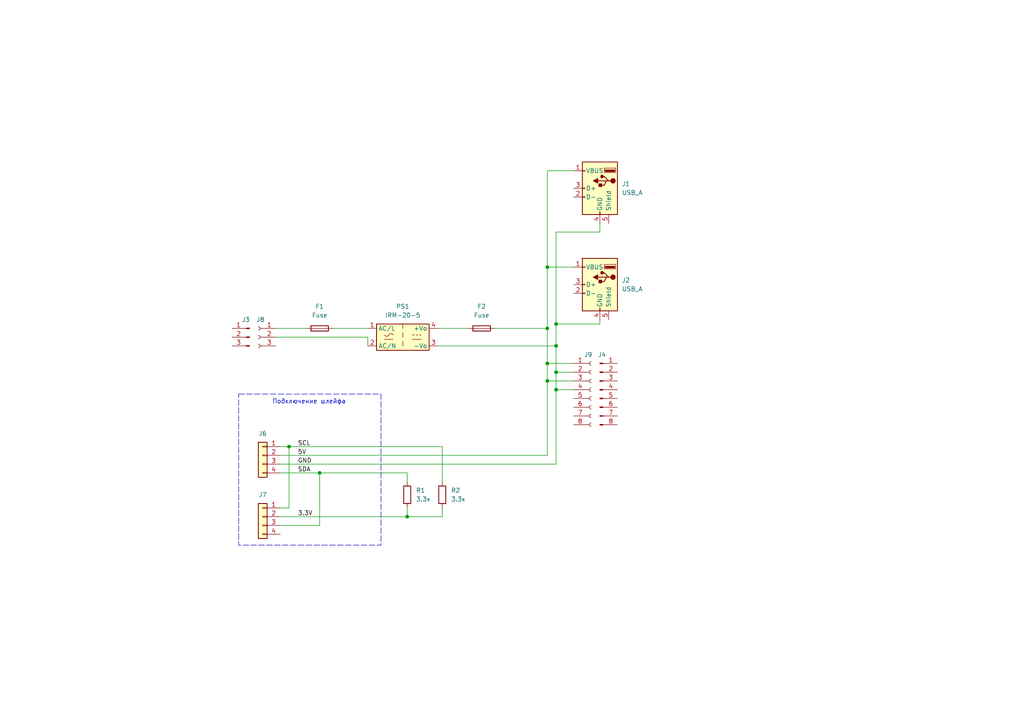
<source format=kicad_sch>
(kicad_sch (version 20231120) (generator "eeschema") (generator_version "8.0")
  (paper "A4")
  (title_block (title "Модуль PS") (date "2024-04-24") (company "UST") (comment 2 "Konstantin"))
  (lib_symbols
    (symbol "PlcModules:Fuse" (pin_numbers hide) (pin_names (offset 0))
      (property "Reference" "F" (at 2.032 0 90))
      (property "Value" "Fuse" (at -1.905 0 90))
      (symbol "Fuse_0_1"
        (rectangle (start -0.762 -2.54) (end 0.762 2.54) (stroke (width 0.254)))
        (polyline (pts (xy 0 2.54) (xy 0 -2.54)))
      )
      (symbol "Fuse_1_1"
        (pin passive line (at 0 3.81 270) (length 1.27) (name "~") (number "1"))
        (pin passive line (at 0 -3.81 90) (length 1.27) (name "~") (number "2"))
      )
    )
    (symbol "PlcModules:IRM-20-5"
      (property "Reference" "PS" (at 0 5.08 0))
      (property "Value" "IRM-20-5" (at 0 -5.08 0))
      (symbol "IRM-20-5_0_1"
        (rectangle (start -7.62 3.81) (end 7.62 -3.81) (stroke (width 0.254)) (fill (type background)))
        (arc (start -5.334 0.635) (mid -4.699 0.2495) (end -4.064 0.635))
        (arc (start -2.794 0.635) (mid -3.429 1.0072) (end -4.064 0.635))
        (polyline (pts (xy -5.334 -0.635) (xy -2.794 -0.635)))
        (polyline (pts (xy 0 -1.27) (xy 0 -2.54)))
        (polyline (pts (xy 0 1.27) (xy 0 0)))
        (polyline (pts (xy 0 3.81) (xy 0 2.54)))
        (polyline (pts (xy 2.794 -0.635) (xy 5.334 -0.635)))
        (polyline (pts (xy 2.794 0.635) (xy 3.302 0.635)))
        (polyline (pts (xy 3.81 0.635) (xy 4.318 0.635)))
        (polyline (pts (xy 4.826 0.635) (xy 5.334 0.635)))
      )
      (symbol "IRM-20-5_1_1"
        (pin power_in line (at -10.16 2.54 0) (length 2.54) (name "AC/L") (number "1"))
        (pin power_in line (at -10.16 -2.54 0) (length 2.54) (name "AC/N") (number "2"))
        (pin power_out line (at 10.16 -2.54 180) (length 2.54) (name "-Vo") (number "3"))
        (pin power_out line (at 10.16 2.54 180) (length 2.54) (name "+Vo") (number "4"))
      )
    )
    (symbol "PlcModules:PinHeader_01x04_angle" (pin_names (offset 1.016) hide)
      (property "Reference" "J" (at 0 5.08 0))
      (property "Value" "PinHeader_01x04_angle" (at 0 -7.62 0))
      (symbol "PinHeader_01x04_angle_1_1"
        (rectangle (start -1.27 -4.953) (end 0 -5.207) (stroke (width 0.1524)))
        (rectangle (start -1.27 -2.413) (end 0 -2.667) (stroke (width 0.1524)))
        (rectangle (start -1.27 0.127) (end 0 -0.127) (stroke (width 0.1524)))
        (rectangle (start -1.27 2.667) (end 0 2.413) (stroke (width 0.1524)))
        (rectangle (start -1.27 3.81) (end 1.27 -6.35) (stroke (width 0.254)) (fill (type background)))
        (pin passive line (at -5.08 2.54 0) (length 3.81) (name "Pin_1") (number "1"))
        (pin passive line (at -5.08 0 0) (length 3.81) (name "Pin_2") (number "2"))
        (pin passive line (at -5.08 -2.54 0) (length 3.81) (name "Pin_3") (number "3"))
        (pin passive line (at -5.08 -5.08 0) (length 3.81) (name "Pin_4") (number "4"))
      )
    )
    (symbol "PlcModules:R_3.3k_0.25wt" (pin_numbers hide) (pin_names (offset 0))
      (property "Reference" "R" (at 2.032 0 90))
      (property "Value" "3.3к" (at 0 0 90))
      (symbol "R_3.3k_0.25wt_0_1"
        (rectangle (start -1.016 -2.54) (end 1.016 2.54) (stroke (width 0.254)))
      )
      (symbol "R_3.3k_0.25wt_1_1"
        (pin passive line (at 0 3.81 270) (length 1.27) (name "~") (number "1"))
        (pin passive line (at 0 -3.81 90) (length 1.27) (name "~") (number "2"))
      )
    )
    (symbol "PlcModules:Terminal_01x03_Pin" (pin_names (offset 1.016) hide)
      (property "Reference" "J" (at 0 5.08 0))
      (property "Value" "Conn_01x03_Pin" (at 0 -5.08 0))
      (symbol "Terminal_01x03_Pin_1_1"
        (polyline (pts (xy 1.27 -2.54) (xy 0.8636 -2.54)) (stroke (width 0.1524)))
        (polyline (pts (xy 1.27 0) (xy 0.8636 0)) (stroke (width 0.1524)))
        (polyline (pts (xy 1.27 2.54) (xy 0.8636 2.54)) (stroke (width 0.1524)))
        (rectangle (start 0.8636 -2.413) (end 0 -2.667) (stroke (width 0.1524)) (fill (type outline)))
        (rectangle (start 0.8636 0.127) (end 0 -0.127) (stroke (width 0.1524)) (fill (type outline)))
        (rectangle (start 0.8636 2.667) (end 0 2.413) (stroke (width 0.1524)) (fill (type outline)))
        (pin passive line (at 5.08 2.54 180) (length 3.81) (name "Pin_1") (number "1"))
        (pin passive line (at 5.08 0 180) (length 3.81) (name "Pin_2") (number "2"))
        (pin passive line (at 5.08 -2.54 180) (length 3.81) (name "Pin_3") (number "3"))
      )
    )
    (symbol "PlcModules:Terminal_01x03_Socket" (pin_names (offset 1.016) hide)
      (property "Reference" "J" (at 0 5.08 0))
      (property "Value" "Conn_01x03_Socket" (at 0 -5.08 0))
      (symbol "Terminal_01x03_Socket_1_1"
        (arc (start 0 -2.032) (mid -0.5058 -2.54) (end 0 -3.048) (stroke (width 0.1524)))
        (polyline (pts (xy -1.27 -2.54) (xy -0.508 -2.54)) (stroke (width 0.1524)))
        (polyline (pts (xy -1.27 0) (xy -0.508 0)) (stroke (width 0.1524)))
        (polyline (pts (xy -1.27 2.54) (xy -0.508 2.54)) (stroke (width 0.1524)))
        (arc (start 0 0.508) (mid -0.5058 0) (end 0 -0.508) (stroke (width 0.1524)))
        (arc (start 0 3.048) (mid -0.5058 2.54) (end 0 2.032) (stroke (width 0.1524)))
        (pin passive line (at -5.08 2.54 0) (length 3.81) (name "Pin_1") (number "1"))
        (pin passive line (at -5.08 0 0) (length 3.81) (name "Pin_2") (number "2"))
        (pin passive line (at -5.08 -2.54 0) (length 3.81) (name "Pin_3") (number "3"))
      )
    )
    (symbol "PlcModules:Terminal_01x08_Pin" (pin_names (offset 1.016) hide)
      (property "Reference" "J" (at 0 10.16 0))
      (property "Value" "Conn_01x08_Pin" (at 0 -12.7 0))
      (property "Стоимость" "5.1" (at 0 0 0))
      (symbol "Terminal_01x08_Pin_1_1"
        (polyline (pts (xy 1.27 -10.16) (xy 0.8636 -10.16)) (stroke (width 0.1524)))
        (polyline (pts (xy 1.27 -7.62) (xy 0.8636 -7.62)) (stroke (width 0.1524)))
        (polyline (pts (xy 1.27 -5.08) (xy 0.8636 -5.08)) (stroke (width 0.1524)))
        (polyline (pts (xy 1.27 -2.54) (xy 0.8636 -2.54)) (stroke (width 0.1524)))
        (polyline (pts (xy 1.27 0) (xy 0.8636 0)) (stroke (width 0.1524)))
        (polyline (pts (xy 1.27 2.54) (xy 0.8636 2.54)) (stroke (width 0.1524)))
        (polyline (pts (xy 1.27 5.08) (xy 0.8636 5.08)) (stroke (width 0.1524)))
        (polyline (pts (xy 1.27 7.62) (xy 0.8636 7.62)) (stroke (width 0.1524)))
        (rectangle (start 0.8636 -10.033) (end 0 -10.287) (stroke (width 0.1524)) (fill (type outline)))
        (rectangle (start 0.8636 -7.493) (end 0 -7.747) (stroke (width 0.1524)) (fill (type outline)))
        (rectangle (start 0.8636 -4.953) (end 0 -5.207) (stroke (width 0.1524)) (fill (type outline)))
        (rectangle (start 0.8636 -2.413) (end 0 -2.667) (stroke (width 0.1524)) (fill (type outline)))
        (rectangle (start 0.8636 0.127) (end 0 -0.127) (stroke (width 0.1524)) (fill (type outline)))
        (rectangle (start 0.8636 2.667) (end 0 2.413) (stroke (width 0.1524)) (fill (type outline)))
        (rectangle (start 0.8636 5.207) (end 0 4.953) (stroke (width 0.1524)) (fill (type outline)))
        (rectangle (start 0.8636 7.747) (end 0 7.493) (stroke (width 0.1524)) (fill (type outline)))
        (pin passive line (at 5.08 7.62 180) (length 3.81) (name "Pin_1") (number "1"))
        (pin passive line (at 5.08 5.08 180) (length 3.81) (name "Pin_2") (number "2"))
        (pin passive line (at 5.08 2.54 180) (length 3.81) (name "Pin_3") (number "3"))
        (pin passive line (at 5.08 0 180) (length 3.81) (name "Pin_4") (number "4"))
        (pin passive line (at 5.08 -2.54 180) (length 3.81) (name "Pin_5") (number "5"))
        (pin passive line (at 5.08 -5.08 180) (length 3.81) (name "Pin_6") (number "6"))
        (pin passive line (at 5.08 -7.62 180) (length 3.81) (name "Pin_7") (number "7"))
        (pin passive line (at 5.08 -10.16 180) (length 3.81) (name "Pin_8") (number "8"))
      )
    )
    (symbol "PlcModules:Terminal_01x08_Socket" (pin_names (offset 1.016) hide)
      (property "Reference" "J" (at 0 10.16 0))
      (property "Value" "Terminal_01x08_Socket" (at 0 -12.7 0))
      (symbol "Terminal_01x08_Socket_1_1"
        (arc (start 0 -9.652) (mid -0.5058 -10.16) (end 0 -10.668) (stroke (width 0.1524)))
        (arc (start 0 -7.112) (mid -0.5058 -7.62) (end 0 -8.128) (stroke (width 0.1524)))
        (arc (start 0 -4.572) (mid -0.5058 -5.08) (end 0 -5.588) (stroke (width 0.1524)))
        (arc (start 0 -2.032) (mid -0.5058 -2.54) (end 0 -3.048) (stroke (width 0.1524)))
        (polyline (pts (xy -1.27 -10.16) (xy -0.508 -10.16)) (stroke (width 0.1524)))
        (polyline (pts (xy -1.27 -7.62) (xy -0.508 -7.62)) (stroke (width 0.1524)))
        (polyline (pts (xy -1.27 -5.08) (xy -0.508 -5.08)) (stroke (width 0.1524)))
        (polyline (pts (xy -1.27 -2.54) (xy -0.508 -2.54)) (stroke (width 0.1524)))
        (polyline (pts (xy -1.27 0) (xy -0.508 0)) (stroke (width 0.1524)))
        (polyline (pts (xy -1.27 2.54) (xy -0.508 2.54)) (stroke (width 0.1524)))
        (polyline (pts (xy -1.27 5.08) (xy -0.508 5.08)) (stroke (width 0.1524)))
        (polyline (pts (xy -1.27 7.62) (xy -0.508 7.62)) (stroke (width 0.1524)))
        (arc (start 0 0.508) (mid -0.5058 0) (end 0 -0.508) (stroke (width 0.1524)))
        (arc (start 0 3.048) (mid -0.5058 2.54) (end 0 2.032) (stroke (width 0.1524)))
        (arc (start 0 5.588) (mid -0.5058 5.08) (end 0 4.572) (stroke (width 0.1524)))
        (arc (start 0 8.128) (mid -0.5058 7.62) (end 0 7.112) (stroke (width 0.1524)))
        (pin passive line (at -5.08 7.62 0) (length 3.81) (name "Pin_1") (number "1"))
        (pin passive line (at -5.08 5.08 0) (length 3.81) (name "Pin_2") (number "2"))
        (pin passive line (at -5.08 2.54 0) (length 3.81) (name "Pin_3") (number "3"))
        (pin passive line (at -5.08 0 0) (length 3.81) (name "Pin_4") (number "4"))
        (pin passive line (at -5.08 -2.54 0) (length 3.81) (name "Pin_5") (number "5"))
        (pin passive line (at -5.08 -5.08 0) (length 3.81) (name "Pin_6") (number "6"))
        (pin passive line (at -5.08 -7.62 0) (length 3.81) (name "Pin_7") (number "7"))
        (pin passive line (at -5.08 -10.16 0) (length 3.81) (name "Pin_8") (number "8"))
      )
    )
    (symbol "PlcModules:USB_A" (pin_names (offset 1.016))
      (property "Reference" "J" (at -5.08 11.43 0))
      (property "Value" "USB_A" (at -5.08 8.89 0))
      (symbol "USB_A_0_1"
        (rectangle (start -5.08 -7.62) (end 5.08 7.62) (stroke (width 0.254)) (fill (type background)))
        (circle (center -3.81 2.159) (radius 0.635) (stroke (width 0.254)) (fill (type outline)))
        (rectangle (start -1.524 4.826) (end -4.318 5.334) (fill (type outline)))
        (rectangle (start -1.27 4.572) (end -4.572 5.842))
        (circle (center -0.635 3.429) (radius 0.381) (stroke (width 0.254)) (fill (type outline)))
        (rectangle (start -0.127 -7.62) (end 0.127 -6.858))
        (polyline (pts (xy -3.175 2.159) (xy -2.54 2.159) (xy -1.27 3.429) (xy -0.635 3.429)) (stroke (width 0.254)))
        (polyline (pts (xy -2.54 2.159) (xy -1.905 2.159) (xy -1.27 0.889) (xy 0 0.889)) (stroke (width 0.254)))
        (polyline (pts (xy 0.635 2.794) (xy 0.635 1.524) (xy 1.905 2.159) (xy 0.635 2.794)) (stroke (width 0.254)) (fill (type outline)))
        (rectangle (start 0.254 1.27) (end -0.508 0.508) (stroke (width 0.254)) (fill (type outline)))
        (rectangle (start 5.08 -2.667) (end 4.318 -2.413))
        (rectangle (start 5.08 -0.127) (end 4.318 0.127))
        (rectangle (start 5.08 4.953) (end 4.318 5.207))
      )
      (symbol "USB_A_1_1"
        (polyline (pts (xy -1.905 2.159) (xy 0.635 2.159)) (stroke (width 0.254)))
        (pin power_in line (at 7.62 5.08 180) (length 2.54) (name "VBUS") (number "1"))
        (pin bidirectional line (at 7.62 -2.54 180) (length 2.54) (name "D-") (number "2"))
        (pin bidirectional line (at 7.62 0 180) (length 2.54) (name "D+") (number "3"))
        (pin power_in line (at 0 -10.16 90) (length 2.54) (name "GND") (number "4"))
        (pin passive line (at -2.54 -10.16 90) (length 2.54) (name "Shield") (number "5"))
      )
    )
  )
  (junction (at 158.75 105.41))
  (junction (at 161.29 93.98))
  (junction (at 158.75 110.49))
  (junction (at 83.82 129.54))
  (junction (at 92.71 137.16))
  (junction (at 158.75 95.25))
  (junction (at 118.11 149.86))
  (junction (at 161.29 107.95))
  (junction (at 161.29 100.33))
  (junction (at 158.75 77.47))
  (junction (at 161.29 113.03))
  (wire (pts (xy 158.75 49.53) (xy 158.75 77.47)))
  (wire (pts (xy 158.75 110.49) (xy 166.37 110.49)))
  (wire (pts (xy 161.29 93.98) (xy 161.29 100.33)))
  (wire (pts (xy 81.28 132.08) (xy 158.75 132.08)))
  (wire (pts (xy 81.28 129.54) (xy 83.82 129.54)))
  (wire (pts (xy 80.01 95.25) (xy 88.9 95.25)))
  (wire (pts (xy 127 100.33) (xy 161.29 100.33)))
  (wire (pts (xy 127 95.25) (xy 135.89 95.25)))
  (wire (pts (xy 118.11 149.86) (xy 118.11 147.32)))
  (wire (pts (xy 80.01 97.79) (xy 106.68 97.79)))
  (wire (pts (xy 166.37 107.95) (xy 161.29 107.95)))
  (wire (pts (xy 96.52 95.25) (xy 106.68 95.25)))
  (wire (pts (xy 81.28 134.62) (xy 161.29 134.62)))
  (wire (pts (xy 158.75 77.47) (xy 166.37 77.47)))
  (wire (pts (xy 81.28 152.4) (xy 92.71 152.4)))
  (wire (pts (xy 158.75 77.47) (xy 158.75 95.25)))
  (wire (pts (xy 128.27 139.7) (xy 128.27 129.54)))
  (wire (pts (xy 173.99 92.71) (xy 173.99 93.98)))
  (wire (pts (xy 173.99 64.77) (xy 173.99 67.31)))
  (wire (pts (xy 106.68 100.33) (xy 106.68 97.79)))
  (wire (pts (xy 118.11 137.16) (xy 118.11 139.7)))
  (wire (pts (xy 128.27 147.32) (xy 128.27 149.86)))
  (wire (pts (xy 158.75 110.49) (xy 158.75 132.08)))
  (wire (pts (xy 161.29 107.95) (xy 161.29 100.33)))
  (wire (pts (xy 143.51 95.25) (xy 158.75 95.25)))
  (wire (pts (xy 158.75 95.25) (xy 158.75 105.41)))
  (wire (pts (xy 83.82 129.54) (xy 128.27 129.54)))
  (wire (pts (xy 92.71 137.16) (xy 92.71 152.4)))
  (wire (pts (xy 92.71 137.16) (xy 118.11 137.16)))
  (wire (pts (xy 166.37 49.53) (xy 158.75 49.53)))
  (wire (pts (xy 81.28 147.32) (xy 83.82 147.32)))
  (wire (pts (xy 81.28 149.86) (xy 118.11 149.86)))
  (wire (pts (xy 161.29 67.31) (xy 161.29 93.98)))
  (wire (pts (xy 166.37 113.03) (xy 161.29 113.03)))
  (wire (pts (xy 158.75 105.41) (xy 166.37 105.41)))
  (wire (pts (xy 158.75 105.41) (xy 158.75 110.49)))
  (wire (pts (xy 161.29 113.03) (xy 161.29 134.62)))
  (wire (pts (xy 128.27 149.86) (xy 118.11 149.86)))
  (wire (pts (xy 81.28 137.16) (xy 92.71 137.16)))
  (wire (pts (xy 83.82 147.32) (xy 83.82 129.54)))
  (wire (pts (xy 161.29 107.95) (xy 161.29 113.03)))
  (wire (pts (xy 161.29 93.98) (xy 173.99 93.98)))
  (wire (pts (xy 173.99 67.31) (xy 161.29 67.31)))
  (rectangle (start 69.215 114.3) (end 110.49 158.115) (stroke (width 0) (type dash)))
  (text "Подключение шлейфа" (at 89.662 116.586 0) (effects (font (size 1.27 1.27))))
  (label "SCL" (at 86.36 129.54 0))
  (label "3.3V" (at 86.36 149.86 0))
  (label "GND" (at 86.36 134.62 0))
  (label "5V" (at 86.36 132.08 0))
  (label "SDA" (at 86.36 137.16 0))
  (symbol (lib_id "PlcModules:Fuse") (at 92.71 95.25 90) (unit 1)
    (property "Reference" "F1" (at 92.71 88.9 90))
    (property "Value" "Fuse" (at 92.71 91.44 90))
    (property "Footprint" "Fuse:Fuseholder_Cylinder-5x20mm_Stelvio-Kontek_PTF78_Horizontal_Open" (effects (hide yes)))
    (property "Datasheet" "https://www.chipdip.by/product/fh-102" (effects (hide yes)))
    (property "Description" "Fuse" (effects (hide yes)))
    (property "Стоимость" "1.35" (effects (hide yes)))
  )
  (symbol (lib_id "PlcModules:Fuse") (at 139.7 95.25 90) (unit 1)
    (property "Reference" "F2" (at 139.7 88.9 90))
    (property "Value" "Fuse" (at 139.7 91.44 90))
    (property "Footprint" "Fuse:Fuseholder_Cylinder-5x20mm_Stelvio-Kontek_PTF78_Horizontal_Open" (effects (hide yes)))
    (property "Datasheet" "https://www.chipdip.by/product/fh-102" (effects (hide yes)))
    (property "Description" "Fuse" (effects (hide yes)))
    (property "Стоимость" "1.35" (effects (hide yes)))
  )
  (symbol (lib_id "PlcModules:Terminal_01x08_Pin") (at 173.99 113.03 0) (unit 1)
    (property "Reference" "J4" (at 174.625 102.87 0))
    (property "Value" "Conn_01x08_Pin" (effects (hide yes)))
    (property "Datasheet" "https://www.chipdip.by/product/2edgk-5.08-08p" (effects (hide yes)))
    (property "Description" "2EDGK-5.08-08P, Ответная часть к 2EDGVR " (effects (hide yes)))
    (property "Стоимость" "5.1" (effects (hide yes)))
  )
  (symbol (lib_id "PlcModules:PinHeader_01x04_angle") (at 76.2 149.86 0) (mirror y) (unit 1)
    (property "Reference" "J7" (at 76.2 143.51 0))
    (property "Value" "PinHeader_01x04_angle" (effects (hide yes)))
    (property "Footprint" "Connector_PinHeader_2.54mm:PinHeader_1x04_P2.54mm_Horizontal" (effects (hide yes)))
    (property "Datasheet" "https://www.belchip.by/product/?selected_product=54121" (effects (hide yes)))
    (property "Description" "Разъем штыревой DS1022-1x4RDF11-B " (effects (hide yes)))
    (property "Стоимость" "0.17" (effects (hide yes)))
  )
  (symbol (lib_id "PlcModules:Terminal_01x08_Socket") (at 171.45 113.03 0) (unit 1)
    (property "Reference" "J9" (at 169.418 102.87 0) (effects (justify left)))
    (property "Value" "Terminal_01x08_Socket" (effects (hide yes)))
    (property "Footprint" "TerminalBlock_Phoenix:TerminalBlock_Phoenix_MKDS-1,5-8-5.08_1x08_P5.08mm_Horizontal" (effects (hide yes)))
    (property "Datasheet" "https://www.chipdip.by/product0/8000151691" (effects (hide yes)))
    (property "Description" "2EDGR-5.08-08P-14-00A(H), Разъемный клеммный блок на плату, 8 контактов. Серия 2EDGR-5.08 " (effects (hide yes)))
    (property "Стоимость" "2.05" (effects (hide yes)))
  )
  (symbol (lib_id "PlcModules:Terminal_01x03_Socket") (at 74.93 97.79 0) (mirror y) (unit 1)
    (property "Reference" "J8" (at 75.565 92.71 0))
    (property "Value" "Conn_01x03_Socket" (effects (hide yes)))
    (property "Footprint" "TerminalBlock_Phoenix:TerminalBlock_Phoenix_MKDS-1,5-3-5.08_1x03_P5.08mm_Horizontal" (effects (hide yes)))
    (property "Datasheet" "https://www.chipdip.by/product/2edgr-5.08-03p" (effects (hide yes)))
    (property "Description" "2EDGR-5.08-03P, Клеммник, 3-контактный 5.08мм, угловой " (effects (hide yes)))
    (property "Стоимость" "0.78" (effects (hide yes)))
  )
  (symbol (lib_id "PlcModules:USB_A") (at 173.99 54.61 0) (mirror y) (unit 1)
    (property "Reference" "J1" (at 180.34 53.3399 0) (effects (justify right)))
    (property "Value" "USB_A" (at 180.34 55.8799 0) (effects (justify right)))
    (property "Footprint" "Connector_USB:USB_A_TE_292303-7_Horizontal" (effects (hide yes)))
    (property "Datasheet" "https://www.chipdip.by/product0/8004287642" (effects (hide yes)))
    (property "Description" "Разъём L-KLS1-181A-W USBA-1J " (effects (hide yes)))
    (property "Стоимость" "0.14" (effects (hide yes)))
  )
  (symbol (lib_id "PlcModules:PinHeader_01x04_angle") (at 76.2 132.08 0) (mirror y) (unit 1)
    (property "Reference" "J6" (at 76.2 125.73 0))
    (property "Value" "PinHeader_01x04_angle" (effects (hide yes)))
    (property "Footprint" "Connector_PinHeader_2.54mm:PinHeader_1x04_P2.54mm_Horizontal" (effects (hide yes)))
    (property "Datasheet" "https://www.belchip.by/product/?selected_product=54121" (effects (hide yes)))
    (property "Description" "Разъем штыревой DS1022-1x4RDF11-B " (effects (hide yes)))
    (property "Стоимость" "0.17" (effects (hide yes)))
  )
  (symbol (lib_id "PlcModules:R_3.3k_0.25wt") (at 118.11 143.51 0) (unit 1)
    (property "Reference" "R1" (at 120.65 142.2399 0) (effects (justify left)))
    (property "Value" "3.3к" (at 120.65 144.7799 0) (effects (justify left)))
    (property "Footprint" "Resistor_THT:R_Axial_DIN0207_L6.3mm_D2.5mm_P5.08mm_Vertical" (effects (hide yes)))
    (property "Datasheet" "https://www.chipdip.by/product0/60457" (effects (hide yes)))
    (property "Description" "Resistor" (effects (hide yes)))
    (property "Стоимость" "0.07" (effects (hide yes)))
  )
  (symbol (lib_id "PlcModules:USB_A") (at 173.99 82.55 0) (mirror y) (unit 1)
    (property "Reference" "J2" (at 180.34 81.2799 0) (effects (justify right)))
    (property "Value" "USB_A" (at 180.34 83.8199 0) (effects (justify right)))
    (property "Footprint" "Connector_USB:USB_A_TE_292303-7_Horizontal" (effects (hide yes)))
    (property "Datasheet" "https://www.chipdip.by/product0/8004287642" (effects (hide yes)))
    (property "Description" "Разъём L-KLS1-181A-W USBA-1J " (effects (hide yes)))
    (property "Стоимость" "0.14" (effects (hide yes)))
  )
  (symbol (lib_id "PlcModules:R_3.3k_0.25wt") (at 128.27 143.51 0) (unit 1)
    (property "Reference" "R2" (at 130.81 142.2399 0) (effects (justify left)))
    (property "Value" "3.3к" (at 130.81 144.7799 0) (effects (justify left)))
    (property "Footprint" "Resistor_THT:R_Axial_DIN0207_L6.3mm_D2.5mm_P5.08mm_Vertical" (effects (hide yes)))
    (property "Datasheet" "https://www.chipdip.by/product0/60457" (effects (hide yes)))
    (property "Description" "Resistor" (effects (hide yes)))
    (property "Стоимость" "0.07" (effects (hide yes)))
  )
  (symbol (lib_id "PlcModules:Terminal_01x03_Pin") (at 72.39 97.79 0) (mirror y) (unit 1)
    (property "Reference" "J3" (at 70.104 92.71 0) (effects (justify right)))
    (property "Value" "Conn_01x03_Pin" (effects (hide yes)))
    (property "Datasheet" "2EDGK-5.08-03P-14-00AH, Клеммник, 3-контактный 5.08мм, угловой " (effects (hide yes)))
    (property "Description" "2EDGK-5.08-03P-14-00AH, Клеммник, 3-контактный 5.08мм, угловой " (effects (hide yes)))
    (property "Стоимость" "1.95" (effects (hide yes)))
  )
  (symbol (lib_id "PlcModules:IRM-20-5") (at 116.84 97.79 0) (unit 1)
    (property "Reference" "PS1" (at 116.84 88.9 0))
    (property "Value" "IRM-20-5" (at 116.84 91.44 0))
    (property "Footprint" "Converter_ACDC:Converter_ACDC_MeanWell_IRM-20-xx_THT" (effects (hide yes)))
    (property "Datasheet" "https://www.chipdip.by/product/irm-20-5-mean-well" (effects (hide yes)))
    (property "Description" "5V, 4A, 20W, Isolated, AC-DC" (effects (hide yes)))
    (property "Стоимость" "27" (effects (hide yes)))
  )
)
</source>
